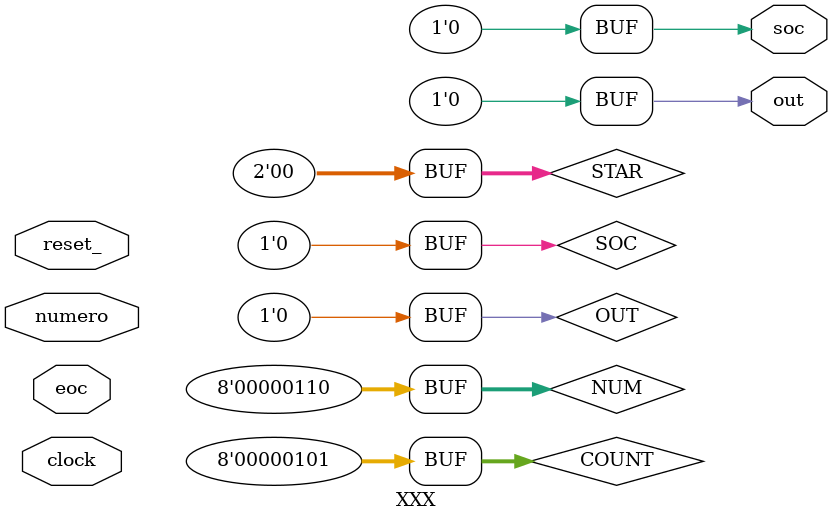
<source format=v>
module XXX (
    soc, eoc, numero,
    clock, reset_,
    out
);
    output soc;
    input eoc;
    input[7:0] numero;

    input clock, reset_;
    output out;

    reg SOC; assign soc = SOC;
    reg OUT; assign out = OUT;

    reg[7:0] COUNT;
    reg[7:0] NUM;

    reg[1:0] STAR;
    localparam S0 = 0, S1 = 1, S2 = 2, S3 = 3;

    always @(reset_ == 0) #1
    begin
        SOC <= 0;
        OUT <= 0;
        NUM <= 6;
        COUNT <= 5;
        STAR <= S0;
    end

    always @(posedge clock) if (reset_ == 1) #3
    casex (STAR)
    S0: begin
        COUNT <= COUNT - 1;
        STAR <= (COUNT == 1) ? S1 : S0;
    end 
    S1: begin
        COUNT <= NUM;
        OUT <= 1;
        STAR <= S2;
    end

    S2: begin
        COUNT <= COUNT - 1;
        SOC <= 1;
        STAR <= (eoc == 0) ? S3 : S2;
    end
    S3: begin
        COUNT <= (COUNT == 1) ? (NUM - 1) : COUNT - 1;
        NUM <= (eoc == 1) ? numero : NUM;
        SOC <= 0; 
        OUT <= (COUNT == 1) ? 0 : OUT;
        STAR <= (COUNT == 1) ? S0 : S3;
    end

    endcase

endmodule
</source>
